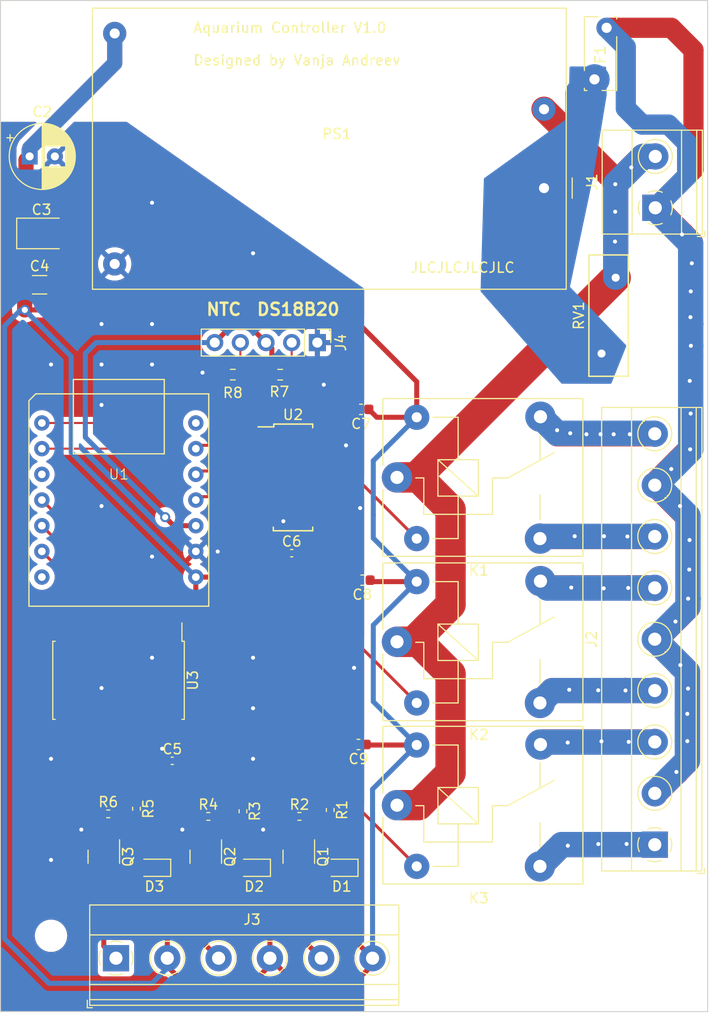
<source format=kicad_pcb>
(kicad_pcb (version 20221018) (generator pcbnew)
  (layers (0 "F.Cu" signal) (31 "B.Cu" signal) (35 "F.Paste" user) (37 "F.SilkS" user "F.Silkscreen") (38 "B.Mask" user) (39 "F.Mask" user) (44 "Edge.Cuts" user))
  (net 0 "")
  (net 1 "+5V")
  (net 2 "GND")
  (net 3 "/MosfetRelay1/Vout")
  (net 4 "/MosfetRelay2/Vout")
  (net 5 "/MosfetRelay3/Vout")
  (net 6 "AL{slash}L")
  (net 7 "Net-(PS1-AC{slash}L)")
  (net 8 "AL{slash}N")
  (net 9 "/Relay3/NC")
  (net 10 "/Relay3/NO")
  (net 11 "/Relay2/NC")
  (net 12 "/Relay2/NO")
  (net 13 "/Relay1/NC")
  (net 14 "/Relay1/NO")
  (net 15 "/TS1")
  (net 16 "+3.3V")
  (net 17 "/TS2")
  (net 18 "/rel1")
  (net 19 "/rel2")
  (net 20 "/rel3")
  (net 21 "Net-(Q1-G)")
  (net 22 "Net-(Q2-G)")
  (net 23 "Net-(Q3-G)")
  (net 24 "/rel5")
  (net 25 "/rel6")
  (net 26 "/rel7")
  (net 27 "/RS7")
  (net 28 "/RS6")
  (net 29 "/RS5")
  (net 30 "/RS3")
  (net 31 "/RS2")
  (net 32 "/RS1")
  (footprint "TerminalBlock_Phoenix:TerminalBlock_Phoenix_MKDS-1,5-9-5.08_1x09_P5.08mm_Horizontal" (layer "F.Cu") (at 96.37 110.49 90)
    (fp_text reference "J2")
    (fp_text value "Conn_01x07")
  )
  (footprint "Resistor_SMD:R_0402_1005Metric" (layer "F.Cu") (at 42.268 107.442)
    (fp_text reference "R6")
    (fp_text value "10K")
  )
  (footprint "ProjectLibrary:SOIC-16W_ULN2003ADR" (layer "F.Cu") (at 60.556 74.168)
    (fp_text reference "U2")
    (fp_text value "ULN2003")
  )
  (footprint "Package_TO_SOT_SMD:SOT-23" (layer "F.Cu") (at 61.13 111.6815 -90)
    (fp_text reference "Q1")
    (fp_text value "AO3400A")
  )
  (footprint "Diode_SMD:D_SOD-323" (layer "F.Cu") (at 56.712 112.776 180)
    (fp_text reference "D2")
    (fp_text value "1N4148WS")
  )
  (footprint "Package_SO:SOIC-20W_7.5x12.8mm_P1.27mm" (layer "F.Cu") (at 43.284 94.234 -90)
    (fp_text reference "U3")
    (fp_text value "74HC245")
  )
  (footprint "Relay_THT:Relay_SPDT_SANYOU_SRD_Series_Form_C" (layer "F.Cu") (at 70.852 74.168)
    (fp_text reference "K1")
    (fp_text value "SANYOU_SRD_Form_C")
  )
  (footprint "Capacitor_SMD:C_1206_3216Metric" (layer "F.Cu") (at 35.469 55.118)
    (fp_text reference "C4")
    (fp_text value "47uF")
  )
  (footprint "TerminalBlock_Phoenix:TerminalBlock_Phoenix_MKDS-1,5-2-5.08_1x02_P5.08mm_Horizontal" (layer "F.Cu") (at 96.421 47.503 90)
    (fp_text reference "J1")
    (fp_text value "Conn_01x02")
  )
  (footprint "Relay_THT:Relay_SPDT_SANYOU_SRD_Series_Form_C" (layer "F.Cu") (at 70.852 90.424)
    (fp_text reference "K2")
    (fp_text value "SANYOU_SRD_Form_C")
  )
  (footprint "Varistor:RV_Disc_D12mm_W3.9mm_P7.5mm" (layer "F.Cu") (at 92.498 54.416 -90)
    (fp_text reference "RV1")
    (fp_text value "10D561")
  )
  (footprint "Resistor_SMD:R_0402_1005Metric" (layer "F.Cu") (at 64.239 107.061 -90)
    (fp_text reference "R1")
    (fp_text value "100")
  )
  (footprint "Capacitor_SMD:C_0603_1608Metric" (layer "F.Cu") (at 67.287 67.437 180)
    (fp_text reference "C7")
    (fp_text value "10uF")
  )
  (footprint "Resistor_SMD:R_0402_1005Metric" (layer "F.Cu") (at 55.603 107.186 -90)
    (fp_text reference "R3")
    (fp_text value "100")
  )
  (footprint "Fuse:Fuse_Bourns_MF-RG300" (layer "F.Cu") (at 91.6 29.7 -90)
    (fp_text reference "F1")
    (fp_text value "0.5A")
  )
  (footprint "Capacitor_Tantalum_SMD:CP_EIA-3528-21_Kemet-B" (layer "F.Cu") (at 35.664 50.038)
    (fp_text reference "C3")
    (fp_text value "100uF")
  )
  (footprint "Resistor_SMD:R_0402_1005Metric" (layer "F.Cu") (at 61.193 107.696)
    (fp_text reference "R2")
    (fp_text value "10K")
  )
  (footprint "Relay_THT:Relay_SPDT_SANYOU_SRD_Series_Form_C" (layer "F.Cu") (at 70.852 106.584)
    (fp_text reference "K3")
    (fp_text value "SANYOU_SRD_Form_C")
  )
  (footprint "TerminalBlock_Phoenix:TerminalBlock_Phoenix_MKDS-1,5-6-5.08_1x06_P5.08mm_Horizontal" (layer "F.Cu") (at 43.03 121.717)
    (fp_text reference "J3")
    (fp_text value "Conn_01x06")
  )
  (footprint "MountingHole:MountingHole_2.7mm_M2.5" (layer "F.Cu") (at 36.6 34.5)
    (fp_text reference "H1" hide)
    (fp_text value "MountingHole" hide)
  )
  (footprint "Package_TO_SOT_SMD:SOT-23" (layer "F.Cu") (at 51.92 111.6815 -90)
    (fp_text reference "Q2")
    (fp_text value "AO3400A")
  )
  (footprint "MountingHole:MountingHole_2.7mm_M2.5" (layer "F.Cu") (at 36.6 119.5)
    (fp_text reference "H3" hide)
    (fp_text value "MountingHole" hide)
  )
  (footprint "Capacitor_SMD:C_0603_1608Metric" (layer "F.Cu") (at 67.033 100.584 180)
    (fp_text reference "C9")
    (fp_text value "10uF")
  )
  (footprint "Capacitor_SMD:C_0402_1005Metric" (layer "F.Cu") (at 48.6 102.2)
    (fp_text reference "C5")
    (fp_text value "1uF")
  )
  (footprint "Resistor_SMD:R_0603_1608Metric" (layer "F.Cu") (at 54.6 64 180)
    (fp_text reference "R8")
    (fp_text value "4K7")
  )
  (footprint "Diode_SMD:D_SOD-323" (layer "F.Cu") (at 46.84 112.776 180)
    (fp_text reference "D3")
    (fp_text value "1N4148WS")
  )
  (footprint "Resistor_SMD:R_0402_1005Metric" (layer "F.Cu") (at 52.172 107.696)
    (fp_text reference "R4")
    (fp_text value "10K")
  )
  (footprint "MountingHole:MountingHole_2.7mm_M2.5" (layer "F.Cu") (at 96.6 119.5)
    (fp_text reference "H4" hide)
    (fp_text value "MountingHole" hide)
  )
  (footprint "ProjectLibrary:XIAO-ESP32C3" (layer "F.Cu") (at 43.31575 76.4045)
    (fp_text reference "U1")
    (fp_text value "XIAO-ESP32C3")
  )
  (footprint "Package_TO_SOT_SMD:SOT-23" (layer "F.Cu") (at 41.826 111.6815 -90)
    (fp_text reference "Q3")
    (fp_text value "AO3400A")
  )
  (footprint "Resistor_SMD:R_0402_1005Metric" (layer "F.Cu") (at 45.062 106.934 -90)
    (fp_text reference "R5")
    (fp_text value "100")
  )
  (footprint "Connector_PinHeader_2.54mm:PinHeader_1x05_P2.54mm_Vertical" (layer "F.Cu") (at 62.964 60.833 -90)
    (fp_text reference "J4")
    (fp_text value "Conn_01x03")
  )
  (footprint "Diode_SMD:D_SOD-323" (layer "F.Cu") (at 65.382 112.776 180)
    (fp_text reference "D1")
    (fp_text value "1N4148WS")
  )
  (footprint "Capacitor_THT:CP_Radial_D6.3mm_P2.50mm" (layer "F.Cu") (at 34.481621 42.418)
    (fp_text reference "C2")
    (fp_text value "220uF")
  )
  (footprint "MountingHole:MountingHole_2.7mm_M2.5" (layer "F.Cu") (at 96.6 34.5)
    (fp_text reference "H2" hide)
    (fp_text value "MountingHole" hide)
  )
  (footprint "Capacitor_SMD:C_0402_1005Metric" (layer "F.Cu") (at 60.429 81.661)
    (fp_text reference "C6")
    (fp_text value "1uF")
  )
  (footprint "ProjectLibrary:Converter_ACDC_HiLink_HLK-10Mxx" (layer "F.Cu") (at 85.4035 45.556 180)
    (fp_text reference "PS1")
    (fp_text value "HLK-PM01" hide)
  )
  (footprint "Capacitor_SMD:C_0603_1608Metric" (layer "F.Cu") (at 67.414 84.328 180)
    (fp_text reference "C8")
    (fp_text value "10uF")
  )
  (footprint "Resistor_SMD:R_0603_1608Metric" (layer "F.Cu") (at 59.286 64.008)
    (fp_text reference "R7")
    (fp_text value "4K7")
  )
  (gr_line (start 31.6 27) (end 31.6 127) (stroke (width 0.1)) (layer "Edge.Cuts"))
  (gr_line (start 31.6 127) (end 101.6 127) (stroke (width 0.1)) (layer "Edge.Cuts"))
  (gr_line (start 101.6 27) (end 31.6 27) (stroke (width 0.1)) (layer "Edge.Cuts"))
  (gr_line (start 101.6 127) (end 101.6 27) (stroke (width 0.1)) (layer "Edge.Cuts"))
  (gr_text "Aquarium Controller V1.0\n\nDesigned by Vanja Andreev" (at 50.6 33.5) (layer "F.SilkS") (effects (font (size 1 1)) (justify left bottom)))
  (gr_text "NTC" (at 51.85 58.25) (layer "F.SilkS") (effects (font (size 1.2 1.2) (thickness 0.25) bold) (justify left bottom)))
  (gr_text "DS18B20" (at 56.85 58.25) (layer "F.SilkS") (effects (font (size 1.2 1.2) (thickness 0.25) bold) (justify left bottom)))
  (gr_text "JLCJLCJLCJLC" (at 72.1 54) (layer "F.SilkS") (effects (font (size 1 1)) (justify left bottom)))
  (segment (start 49.08 98.965) (end 48.999 98.884) (width 0.5) (layer "F.Cu") (net 1))
  (segment (start 48.11 112.996) (end 48.11 121.717) (width 0.5) (layer "F.Cu") (net 1))
  (segment (start 48.11 122.51) (end 49.9 124.3) (width 0.5) (layer "F.Cu") (net 1))
  (segment (start 33.994 55.118) (end 33.994 57.594) (width 1.5) (layer "F.Cu") (net 1))
  (segment (start 56.4 124.3) (end 58.27 122.43) (width 0.5) (layer "F.Cu") (net 1))
  (segment (start 68.843 68.218) (end 68.062 67.437) (width 0.5) (layer "F.Cu") (net 1))
  (segment (start 66.2 124.6) (end 68.43 122.37) (width 0.5) (layer "F.Cu") (net 1))
  (segment (start 72.802 64.702) (end 72.802 68.218) (width 0.5) (layer "F.Cu") (net 1))
  (segment (start 60.909 82.128229) (end 60.909 81.661) (width 0.5) (layer "F.Cu") (net 1))
  (segment (start 67.858 100.634) (end 67.808 100.584) (width 0.5) (layer "F.Cu") (net 1))
  (segment (start 50.93575 84.0245) (end 50.93575 87.64725) (width 0.5) (layer "F.Cu") (net 1))
  (segment (start 49.9 124.3) (end 56.4 124.3) (width 0.5) (layer "F.Cu") (net 1))
  (segment (start 72.802 100.634) (end 67.858 100.634) (width 0.5) (layer "F.Cu") (net 1))
  (segment (start 42.9035 30.256) (end 42.9035 33.1965) (width 1.5) (layer "F.Cu") (net 1))
  (segment (start 50.93575 84.0245) (end 59.012729 84.0245) (width 0.5) (layer "F.Cu") (net 1))
  (segment (start 65.7 57.6) (end 72.802 64.702) (width 0.5) (layer "F.Cu") (net 1))
  (segment (start 33.994 50.1705) (end 33.994 55.118) (width 1.5) (layer "F.Cu") (net 1))
  (segment (start 57.762 112.776) (end 58.27 113.284) (width 0.5) (layer "F.Cu") (net 1))
  (segment (start 59.012729 84.0245) (end 60.909 82.128229) (width 0.5) (layer "F.Cu") (net 1))
  (segment (start 66.432 119.719) (end 68.43 121.717) (width 0.5) (layer "F.Cu") (net 1))
  (segment (start 34 57.6) (end 65.7 57.6) (width 0.5) (layer "F.Cu") (net 1))
  (segment (start 34.481621 41.618379) (end 34.481621 42.418) (width 1.5) (layer "F.Cu") (net 1))
  (segment (start 68.43 122.37) (end 68.43 121.717) (width 0.5) (layer "F.Cu") (net 1))
  (segment (start 58.27 122.43) (end 58.27 121.717) (width 0.5) (layer "F.Cu") (net 1))
  (segment (start 34.481621 42.418) (end 34.1265 42.773121) (width 1.5) (layer "F.Cu") (net 1))
  (segment (start 50.93575 87.64725) (end 48.999 89.584) (width 0.5) (layer "F.Cu") (net 1))
  (segment (start 58.27 113.284) (end 58.27 121.717) (width 0.5) (layer "F.Cu") (net 1))
  (segment (start 34.1265 50.038) (end 33.994 50.1705) (width 1.5) (layer "F.Cu") (net 1))
  (segment (start 66.432 112.776) (end 66.432 119.719) (width 0.5) (layer "F.Cu") (net 1))
  (segment (start 58.27 121.717) (end 61.153 124.6) (width 0.5) (layer "F.Cu") (net 1))
  (segment (start 48.999 89.584) (end 48.999 98.884) (width 0.5) (layer "F.Cu") (net 1))
  (segment (start 33.994 57.594) (end 34 57.6) (width 1.5) (layer "F.Cu") (net 1))
  (segment (start 49.08 102.2) (end 49.08 98.965) (width 0.5) (layer "F.Cu") (net 1))
  (segment (start 47.89 112.776) (end 48.11 112.996) (width 0.5) (layer "F.Cu") (net 1))
  (segment (start 34.1265 42.773121) (end 34.1265 50.038) (width 1.5) (layer "F.Cu") (net 1))
  (segment (start 49.12 99.005) (end 48.999 98.884) (width 0.5) (layer "F.Cu") (net 1))
  (segment (start 68.335 84.474) (end 68.189 84.328) (width 0.5) (layer "F.Cu") (net 1))
  (segment (start 72.802 68.218) (end 68.843 68.218) (width 0.5) (layer "F.Cu") (net 1))
  (segment (start 72.802 84.474) (end 68.335 84.474) (width 0.5) (layer "F.Cu") (net 1))
  (segment (start 48.11 121.717) (end 48.11 122.51) (width 0.5) (layer "F.Cu") (net 1))
  (segment (start 42.9035 33.1965) (end 34.481621 41.618379) (width 1.5) (layer "F.Cu") (net 1))
  (segment (start 60.909 81.661) (end 60.909 80.955) (width 0.5) (layer "F.Cu") (net 1))
  (segment (start 61.153 124.6) (end 66.2 124.6) (width 0.5) (layer "F.Cu") (net 1))
  (segment (start 60.909 80.955) (end 63.256 78.608) (width 0.5) (layer "F.Cu") (net 1))
  (via (at 34 57.6) (size 1) (drill 0.6) (layers "F.Cu" "B.Cu") (net 1))
  (segment (start 38.6 62.2) (end 38.6 71.68875) (width 0.5) (layer "B.Cu") (net 1))
  (segment (start 34.48906 41.610939) (end 34.48906 42.41056) (width 1.5) (layer "B.Cu") (net 1))
  (segment (start 42.910939 30.24856) (end 42.910939 33.18906) (width 1.5) (layer "B.Cu") (net 1))
  (segment (start 68.502 72.518) (end 68.502 77.898) (width 0.5) (layer "B.Cu") (net 1))
  (segment (start 33.6 57.6) (end 32 59.2) (width 0.5) (layer "B.Cu") (net 1))
  (segment (start 72.802 84.474) (end 68.502 88.774) (width 0.5) (layer "B.Cu") (net 1))
  (segment (start 46.6 124.2) (end 48.11 122.69) (width 0.5) (layer "B.Cu") (net 1))
  (segment (start 32 119.8) (end 36.4 124.2) (width 0.5) (layer "B.Cu") (net 1))
  (segment (start 68.5 77.9) (end 68.5 80.172) (width 0.5) (layer "B.Cu") (net 1))
  (segment (start 72.802 100.634) (end 68.43 105.006) (width 0.5) (layer "B.Cu") (net 1))
  (segment (start 68.502 96.334) (end 72.802 100.634) (width 0.5) (layer "B.Cu") (net 1))
  (segment (start 42.910939 33.18906) (end 34.48906 41.610939) (width 1.5) (layer "B.Cu") (net 1))
  (segment (start 68.502 77.898) (end 68.5 77.9) (width 0.5) (layer "B.Cu") (net 1))
  (segment (start 68.5 80.172) (end 72.802 84.474) (width 0.5) (layer "B.Cu") (net 1))
  (segment (start 34 57.6) (end 38.6 62.2) (width 0.5) (layer "B.Cu") (net 1))
  (segment (start 38.6 71.68875) (end 50.93575 84.0245) (width 0.5) (layer "B.Cu") (net 1))
  (segment (start 68.43 105.006) (end 68.43 121.717) (width 0.5) (layer "B.Cu") (net 1))
  (segment (start 34 57.6) (end 33.6 57.6) (width 0.5) (layer "B.Cu") (net 1))
  (segment (start 32 59.2) (end 32 119.8) (width 0.5) (layer "B.Cu") (net 1))
  (segment (start 68.502 88.774) (end 68.502 96.334) (width 0.5) (layer "B.Cu") (net 1))
  (segment (start 48.11 122.69) (end 48.11 121.717) (width 0.5) (layer "B.Cu") (net 1))
  (segment (start 36.4 124.2) (end 46.6 124.2) (width 0.5) (layer "B.Cu") (net 1))
  (segment (start 72.802 68.218) (end 68.502 72.518) (width 0.5) (layer "B.Cu") (net 1))
  (via (at 66.6 93) (size 0.8) (drill 0.4) (layers "F.Cu" "B.Cu") (net 2))
  (via (at 41.6 95) (size 0.8) (drill 0.4) (layers "F.Cu" "B.Cu") (net 2))
  (via (at 36.6 112) (size 0.8) (drill 0.4) (layers "F.Cu" "B.Cu") (net 2))
  (via (at 53.1 81.5) (size 0.8) (drill 0.4) (layers "F.Cu" "B.Cu") (net 2))
  (via (at 41.6 67) (size 0.8) (drill 0.4) (layers "F.Cu" "B.Cu") (net 2))
  (via (at 67.2 77.2) (size 0.8) (drill 0.4) (layers "F.Cu" "B.Cu") (net 2))
  (via (at 56.6 92) (size 0.8) (drill 0.4) (layers "F.Cu" "B.Cu") (net 2))
  (via (at 41.6 59) (size 0.8) (drill 0.4) (layers "F.Cu" "B.Cu") (net 2))
  (via (at 56.6 97) (size 0.8) (drill 0.4) (layers "F.Cu" "B.Cu") (net 2))
  (via (at 51.6 63.8) (size 0.8) (drill 0.4) (layers "F.Cu" "B.Cu") (net 2))
  (via (at 59.6 78.5) (size 0.8) (drill 0.4) (layers "F.Cu" "B.Cu") (net 2))
  (via (at 56.6 52) (size 0.8) (drill 0.4) (layers "F.Cu" "B.Cu") (net 2))
  (via (at 49.6 109) (size 0.8) (drill 0.4) (layers "F.Cu" "B.Cu") (net 2))
  (via (at 63.6 65) (size 0.8) (drill 0.4) (layers "F.Cu" "B.Cu") (net 2))
  (via (at 46.6 47) (size 0.8) (drill 0.4) (layers "F.Cu" "B.Cu") (net 2))
  (via (at 36.6 102) (size 0.8) (drill 0.4) (layers "F.Cu" "B.Cu") (net 2))
  (via (at 65.8 71) (size 0.8) (drill 0.4) (layers "F.Cu" "B.Cu") (net 2))
  (via (at 39.6 109) (size 0.8) (drill 0.4) (layers "F.Cu" "B.Cu") (net 2))
  (via (at 41.6 77) (size 0.8) (drill 0.4) (layers "F.Cu" "B.Cu") (net 2))
  (via (at 46.6 82) (size 0.8) (drill 0.4) (layers "F.Cu" "B.Cu") (net 2))
  (via (at 46.6 92) (size 0.8) (drill 0.4) (layers "F.Cu" "B.Cu") (net 2))
  (via (at 57.6 109) (size 0.8) (drill 0.4) (layers "F.Cu" "B.Cu") (net 2))
  (via (at 46.6 63) (size 0.8) (drill 0.4) (layers "F.Cu" "B.Cu") (net 2))
  (via (at 47.6 101) (size 0.8) (drill 0.4) (layers "F.Cu" "B.Cu") (net 2))
  (via (at 46.6 59) (size 0.8) (drill 0.4) (layers "F.Cu" "B.Cu") (net 2))
  (via (at 36.6 63) (size 0.8) (drill 0.4) (layers "F.Cu" "B.Cu") (net 2))
  (via (at 41.6 63) (size 0.8) (drill 0.4) (layers "F.Cu" "B.Cu") (net 2))
  (via (at 56.6 102) (size 0.8) (drill 0.4) (layers "F.Cu" "B.Cu") (net 2))
  (segment (start 64.175 112.619) (end 64.332 112.776) (width 0.5) (layer "F.Cu") (net 3))
  (segment (start 61.13 112.619) (end 61.13 119.497) (width 0.5) (layer "F.Cu") (net 3))
  (segment (start 61.13 112.619) (end 64.175 112.619) (width 0.5) (layer "F.Cu") (net 3))
  (segment (start 61.13 119.497) (end 63.35 121.717) (width 0.5) (layer "F.Cu") (net 3))
  (segment (start 55.505 112.619) (end 55.662 112.776) (width 0.5) (layer "F.Cu") (net 4))
  (segment (start 51.92 112.619) (end 55.505 112.619) (width 0.5) (layer "F.Cu") (net 4))
  (segment (start 51.92 112.619) (end 51.92 120.447) (width 0.5) (layer "F.Cu") (net 4))
  (segment (start 51.92 120.447) (end 53.19 121.717) (width 0.5) (layer "F.Cu") (net 4))
  (segment (start 41.826 112.619) (end 41.826 120.513) (width 0.5) (layer "F.Cu") (net 5))
  (segment (start 41.826 120.513) (end 43.03 121.717) (width 0.5) (layer "F.Cu") (net 5))
  (segment (start 45.79 112.776) (end 41.983 112.776) (width 0.5) (layer "F.Cu") (net 5))
  (segment (start 41.983 112.776) (end 41.826 112.619) (width 0.5) (layer "F.Cu") (net 5))
  (segment (start 99.87 71.39) (end 99.87 71.43) (width 2.5) (layer "F.Cu") (net 6))
  (segment (start 99.65 86.98) (end 99.65 78.04) (width 2.5) (layer "F.Cu") (net 6))
  (segment (start 96.421 47.503) (end 99.058 50.14) (width 2.5) (layer "F.Cu") (net 6))
  (segment (start 99.61 95) (end 99.61 93.41) (width 2.5) (layer "F.Cu") (net 6))
  (segment (start 99.92 62.12) (end 99.93 62.13) (width 2.5) (layer "F.Cu") (net 6))
  (segment (start 98 29.7) (end 100.2 31.9) (width 2) (layer "F.Cu") (net 6))
  (segment (start 98.74 72.56) (end 98.74 72.58) (width 2.5) (layer "F.Cu") (net 6))
  (segment (start 100.2 43.724) (end 96.421 47.503) (width 2) (layer "F.Cu") (net 6))
  (segment (start 96.37 105.41) (end 98.48 103.3) (width 2.5) (layer "F.Cu") (net 6))
  (segment (start 99.07 50.152) (end 99.92 51.002) (width 2.5) (layer "F.Cu") (net 6))
  (segment (start 98.48 103.3) (end 98.51 103.3) (width 2.5) (layer "F.Cu") (net 6))
  (segment (start 98.51 103.3) (end 98.51 103.27) (width 2.5) (layer "F.Cu") (net 6))
  (segment (start 99.92 59.03) (end 99.92 62.12) (width 2.5) (layer "F.Cu") (net 6))
  (segment (start 99.92 55.95) (end 99.92 58.99) (width 2.5) (layer "F.Cu") (net 6))
  (segment (start 99.65 78.04) (end 96.5 74.89) (width 2.5) (layer "F.Cu") (net 6))
  (segment (start 99.92 71.38) (end 99.91 71.39) (width 2.5) (layer "F.Cu") (net 6))
  (segment (start 98.72 72.58) (end 96.37 74.93) (width 2.5) (layer "F.Cu") (net 6))
  (segment (start 98.51 103.27) (end 99.61 102.17) (width 2.5) (layer "F.Cu") (net 6))
  (segment (start 99.92 62.14) (end 99.92 65.83) (width 2.5) (layer "F.Cu") (net 6))
  (segment (start 99.92 65.95) (end 99.92 69.34) (width 2.5) (layer "F.Cu") (net 6))
  (segment (start 99.07 50.14) (end 99.07 50.152) (width 2.5) (layer "F.Cu") (net 6))
  (segment (start 98.42 88.21) (end 99.65 86.98) (width 2.5) (layer "F.Cu") (net 6))
  (segment (start 99.91 71.39) (end 99.87 71.39) (width 2.5) (layer "F.Cu") (net 6))
  (segment (start 99.61 102.17) (end 99.61 95.1) (width 2.5) (layer "F.Cu") (net 6))
  (segment (start 99.87 71.43) (end 98.74 72.56) (width 2.5) (layer "F.Cu") (net 6))
  (segment (start 99.93 62.13) (end 99.92 62.14) (width 2.5) (layer "F.Cu") (net 6))
  (segment (start 99.92 51.002) (end 99.92 52.88) (width 2.5) (layer "F.Cu") (net 6))
  (segment (start 99.92 69.34) (end 99.92 71.38) (width 2.5) (layer "F.Cu") (net 6))
  (segment (start 99.92 53.1) (end 99.92 55.87) (width 2.5) (layer "F.Cu") (net 6))
  (segment (start 91.6 29.7) (end 98 29.7) (width 2) (layer "F.Cu") (net 6))
  (segment (start 96.5 90.13) (end 98.21 88.42) (width 2.5) (layer "F.Cu") (net 6))
  (segment (start 100.2 31.9) (end 100.2 43.724) (width 2) (layer "F.Cu") (net 6))
  (segment (start 98.74 72.58) (end 98.72 72.58) (width 2.5) (layer "F.Cu") (net 6))
  (segment (start 99.92 58.99) (end 99.94 59.01) (width 2.5) (layer "F.Cu") (net 6))
  (segment (start 99.058 50.14) (end 99.07 50.14) (width 2.5) (layer "F.Cu") (net 6))
  (segment (start 99.61 93.41) (end 96.37 90.17) (width 2.5) (layer "F.Cu") (net 6))
  (segment (start 99.94 59.01) (end 99.92 59.03) (width 2.5) (layer "F.Cu") (net 6))
  (via (at 99.9 58.32) (size 0.8) (drill 0.4) (layers "F.Cu" "B.Cu") (net 6))
  (via (at 99.78 83.28) (size 0.8) (drill 0.4) (layers "F.Cu" "B.Cu") (net 6))
  (via (at 99.94 61.15) (size 0.8) (drill 0.4) (layers "F.Cu" "B.Cu") (net 6))
  (via (at 99.66 95.05) (size 0.8) (drill 0.4) (layers "F.Cu" "B.Cu") (net 6))
  (via (at 99.93 55.77) (size 0.8) (drill 0.4) (layers "F.Cu" "B.Cu") (net 6))
  (via (at 100.03 52.99) (size 0.8) (drill 0.4) (layers "F.Cu" "B.Cu") (net 6))
  (via (at 99.92 67.85) (size 0.8) (drill 0.4) (layers "F.Cu" "B.Cu") (net 6))
  (via (at 99.59 97.55) (size 0.8) (drill 0.4) (layers "F.Cu" "B.Cu") (net 6))
  (via (at 98.42 88.42) (size 0.8) (drill 0.4) (layers "F.Cu" "B.Cu") (net 6))
  (via (at 99.59 100.25) (size 0.8) (drill 0.4) (layers "F.Cu" "B.Cu") (net 6))
  (via (at 99.87 71.39) (size 0.8) (drill 0.4) (layers "F.Cu" "B.Cu") (net 6))
  (via (at 99.81 80.36) (size 0.8) (drill 0.4) (layers "F.Cu" "B.Cu") (net 6))
  (via (at 99.67 86.16) (size 0.8) (drill 0.4) (layers "F.Cu" "B.Cu") (net 6))
  (via (at 98.51 103.3) (size 0.8) (drill 0.4) (layers "F.Cu" "B.Cu") (net 6))
  (via (at 99.83 64.62) (size 0.8) (drill 0.4) (layers "F.Cu" "B.Cu") (net 6))
  (via (at 99.07 50.14) (size 0.8) (drill 0.4) (layers "F.Cu" "B.Cu") (net 6))
  (via (at 98.9 92.73) (size 0.8) (drill 0.4) (layers "F.Cu" "B.Cu") (net 6))
  (via (at 98.87 77) (size 0.8) (drill 0.4) (layers "F.Cu" "B.Cu") (net 6))
  (via (at 98 73.34) (size 0.8) (drill 0.4) (layers "F.Cu" "B.Cu") (net 6))
  (segment (start 99.94 61.15) (end 99.92 61.17) (width 2.5) (layer "B.Cu") (net 6))
  (segment (start 96.421 47.572) (end 99.92 51.071) (width 2.5) (layer "B.Cu") (net 6))
  (segment (start 99.66 78) (end 98.87 77.21) (width 2.5) (layer "B.Cu") (net 6))
  (segment locked (start 95.116227 39.273) (end 93.5 37.656773) (width 2) (layer "B.Cu") (net 6))
  (segment (start 99.92 67.85) (end 99.92 71.449) (width 2.5) (layer "B.Cu") (net 6))
  (segment (start 99.59 102.16) (end 99.59 100.25) (width 2.5) (layer "B.Cu") (net 6))
  (segment (start 99.92 64.71) (end 99.92 67.85) (width 2.5) (layer "B.Cu") (net 6))
  (segment locked (start 99.571 44.353) (end 99.571 41.118227) (width 2) (layer "B.Cu") (net 6))
  (segment (start 98.66 77) (end 96.51 74.85) (width 2.5) (layer "B.Cu") (net 6))
  (segment (start 98.92 92.73) (end 98.9 92.73) (width 2.5) (layer "B.Cu") (net 6))
  (segment (start 99.92 71.449) (end 98.029 73.34) (width 2.5) (layer "B.Cu") (net 6))
  (segment locked (start 97.725773 39.273) (end 95.116227 39.273) (width 2) (layer "B.Cu") (net 6))
  (segment (start 98.9 92.73) (end 98.9 92.71) (width 2.5) (layer "B.Cu") (net 6))
  (segment (start 99.59 93.4) (end 98.92 92.73) (width 2.5) (layer "B.Cu") (net 6))
  (segment (start 99.66 80.21) (end 99.66 78) (width 2.5) (layer "B.Cu") (net 6))
  (segment (start 99.59 97.55) (end 99.59 93.4) (width 2.5) (layer "B.Cu") (net 6))
  (segment (start 98 73.369) (end 96.37 74.999) (width 2.5) (layer "B.Cu") (net 6))
  (segment (start 98 73.34) (end 98 73.369) (width 2.5) (layer "B.Cu") (net 6))
  (segment (start 98.029 73.34) (end 98 73.34) (width 2.5) (layer "B.Cu") (net 6))
  (segment (start 99.67 86.16) (end 99.66 86.15) (width 2.5) (layer "B.Cu") (net 6))
  (segment (start 99.66 86.17) (end 99.67 86.16) (width 2.5) (layer "B.Cu") (net 6))
  (segment (start 99.59 100.25) (end 99.59 97.55) (width 2.5) (layer "B.Cu") (net 6))
  (segment (start 99.66 86.94) (end 99.66 86.17) (width 2.5) (layer "B.Cu") (net 6))
  (segment (start 99.92 55.78) (end 99.92 58.3) (width 2.5) (layer "B.Cu") (net 6))
  (segment (start 99.92 61.17) (end 99.92 64.53) (width 2.5) (layer "B.Cu") (net 6))
  (segment (start 98.9 92.71) (end 96.35 90.16) (width 2.5) (layer "B.Cu") (net 6))
  (segment (start 96.51 90.09) (end 99.66 86.94) (width 2.5) (layer "B.Cu") (net 6))
  (segment locked (start 99.571 41.118227) (end 97.725773 39.273) (width 2) (layer "B.Cu") (net 6))
  (segment (start 99.66 83.16) (end 99.66 80.51) (width 2.5) (layer "B.Cu") (net 6))
  (segment locked (start 96.421 47.503) (end 99.571 44.353) (width 2) (layer "B.Cu") (net 6))
  (segment (start 96.35 105.4) (end 99.59 102.16) (width 2.5) (layer "B.Cu") (net 6))
  (segment locked (start 93.5 31.6) (end 91.6 29.7) (width 2) (layer "B.Cu") (net 6))
  (segment (start 99.92 51.071) (end 99.92 55.76) (width 2.5) (layer "B.Cu") (net 6))
  (segment (start 99.92 61.13) (end 99.94 61.15) (width 2.5) (layer "B.Cu") (net 6))
  (segment locked (start 93.5 37.656773) (end 93.5 31.6) (width 2) (layer "B.Cu") (net 6))
  (segment (start 99.66 86.15) (end 99.66 83.4) (width 2.5) (layer "B.Cu") (net 6))
  (segment (start 99.92 58.34) (end 99.92 61.13) (width 2.5) (layer "B.Cu") (net 6))
  (segment (start 89 41.9595) (end 85.4035 45.556) (width 3) (layer "B.Cu") (net 7))
  (segment (start 85.4035 56.2215) (end 85.4035 45.556) (width 3) (layer "B.Cu") (net 7))
  (segment (start 90.4 34.8) (end 89 36.2) (width 3) (layer "B.Cu") (net 7))
  (segment (start 91.098 61.916) (end 85.4035 56.2215) (width 3) (layer "B.Cu") (net 7))
  (segment (start 89 36.2) (end 89 41.9595) (width 3) (layer "B.Cu") (net 7))
  (segment (start 72.746 74.168) (end 92.498 54.416) (width 3) (layer "F.Cu") (net 8))
  (segment (start 92.498 47.842) (end 92.498 45.208) (width 2.5) (layer "F.Cu") (net 8))
  (segment (start 70.852 74.168) (end 72.746 74.168) (width 3) (layer "F.Cu") (net 8))
  (segment (start 72.97332 106.584) (end 70.852 106.584) (width 3) (layer "F.Cu") (net 8))
  (segment (start 76.152 81.605616) (end 76.15 81.607616) (width 3) (layer "F.Cu") (net 8))
  (segment (start 70.852 74.168) (end 72.97332 74.168) (width 3) (layer "F.Cu") (net 8))
  (segment (start 92.46 45.17) (end 92.498 45.132) (width 2.5) (layer "F.Cu") (net 8))
  (segment (start 95.201 42.423) (end 96.421 42.423) (width 2.5) (layer "F.Cu") (net 8))
  (segment (start 76.152 77.34668) (end 76.152 81.605616) (width 3) (layer "F.Cu") (net 8))
  (segment (start 76.152 83.086384) (end 76.152 86.748) (width 3) (layer "F.Cu") (net 8))
  (segment (start 72.476 90.424) (end 70.852 90.424) (width 3) (layer "F.Cu") (net 8))
  (segment (start 94.114 43.51) (end 95.201 42.423) (width 2.5) (layer "F.Cu") (net 8))
  (segment (start 76.15 81.607616) (end 76.15 83.084384) (width 3) (layer "F.Cu") (net 8))
  (segment (start 85.4035 37.756) (end 92.498 44.8505) (width 2.5) (layer "F.Cu") (net 8))
  (segment (start 92.498 45.126) (end 94.04 43.584) (width 2.5) (layer "F.Cu") (net 8))
  (segment (start 92.498 45.132) (end 92.498 45.126) (width 2.5) (layer "F.Cu") (net 8))
  (segment (start 76.15 83.084384) (end 76.152 83.086384) (width 3) (layer "F.Cu") (net 8))
  (segment (start 70.852 90.424) (end 72.97332 90.424) (width 3) (layer "F.Cu") (net 8))
  (segment (start 92.498 54.416) (end 92.498 50.908) (width 2.5) (layer "F.Cu") (net 8))
  (segment (start 76.152 93.60268) (end 76.152 103.40532) (width 3) (layer "F.Cu") (net 8))
  (segment (start 76.152 103.40532) (end 72.97332 106.584) (width 3) (layer "F.Cu") (net 8))
  (segment (start 72.97332 90.424) (end 76.152 93.60268) (width 3) (layer "F.Cu") (net 8))
  (segment (start 92.498 44.8505) (end 92.498 45.126) (width 2.5) (layer "F.Cu") (net 8))
  (segment (start 92.498 50.772) (end 92.498 47.938) (width 2.5) (layer "F.Cu") (net 8))
  (segment (start 76.152 86.748) (end 72.476 90.424) (width 3) (layer "F.Cu") (net 8))
  (segment (start 92.498 45.208) (end 92.46 45.17) (width 2.5) (layer "F.Cu") (net 8))
  (segment (start 72.97332 74.168) (end 76.152 77.34668) (width 3) (layer "F.Cu") (net 8))
  (via (at 92.43 50.84) (size 0.8) (drill 0.4) (layers "F.Cu" "B.Cu") (net 8))
  (via (at 92.45 47.89) (size 0.8) (drill 0.4) (layers "F.Cu" "B.Cu") (net 8))
  (via (at 94.04 43.51) (size 0.8) (drill 0.4) (layers "F.Cu" "B.Cu") (net 8))
  (via (at 92.46 45.17) (size 0.8) (drill 0.4) (layers "F.Cu" "B.Cu") (net 8))
  (segment (start 95.2315 42.4085) (end 96.4515 42.4085) (width 2.5) (layer "B.Cu") (net 8))
  (segment (start 92.5 54.364) (end 92.5 45.156) (width 2.5) (layer "B.Cu") (net 8))
  (segment (start 92.5285 45.1115) (end 95.2315 42.4085) (width 2.5) (layer "B.Cu") (net 8))
  (segment (start 96.37 110.49) (end 87.86 110.49) (width 2.5) (layer "F.Cu") (net 9))
  (segment (start 87.146 110.49) (end 85.002 112.634) (width 2.5) (layer "F.Cu") (net 9))
  (segment (start 87.66 110.49) (end 87.146 110.49) (width 2.5) (layer "F.Cu") (net 9))
  (via (at 87.76 110.59) (size 0.8) (drill 0.4) (layers "F.Cu" "B.Cu") (net 9))
  (via (at 93.58 110.42) (size 0.8) (drill 0.4) (layers "F.Cu" "B.Cu") (net 9))
  (via (at 90.78 110.43) (size 0.8) (drill 0.4) (layers "F.Cu" "B.Cu") (net 9))
  (segment (start 87.148 110.48) (end 85.004 112.624) (width 2.5) (layer "B.Cu") (net 9))
  (segment (start 90.73 110.48) (end 87.148 110.48) (width 2.5) (layer "B.Cu") (net 9))
  (segment (start 96.372 110.48) (end 93.64 110.48) (width 2.5) (layer "B.Cu") (net 9))
  (segment (start 93.52 110.48) (end 90.83 110.48) (width 2.5) (layer "B.Cu") (net 9))
  (segment (start 91.03 100.33) (end 85.306 100.33) (width 2.5) (layer "F.Cu") (net 10))
  (segment (start 85.306 100.33) (end 85.052 100.584) (width 2.5) (layer "F.Cu") (net 10))
  (segment (start 96.37 100.33) (end 93.8 100.33) (width 2.5) (layer "F.Cu") (net 10))
  (segment (start 93.78 100.33) (end 91.15 100.33) (width 2.5) (layer "F.Cu") (net 10))
  (via (at 87.75 100.39) (size 0.8) (drill 0.4) (layers "F.Cu" "B.Cu") (net 10))
  (via (at 93.79 100.32) (size 0.8) (drill 0.4) (layers "F.Cu" "B.Cu") (net 10))
  (via (at 91.09 100.27) (size 0.8) (drill 0.4) (layers "F.Cu" "B.Cu") (net 10))
  (segment (start 87.71 100.35) (end 85.278 100.35) (width 2.5) (layer "B.Cu") (net 10))
  (segment (start 85.278 100.35) (end 85.024 100.604) (width 2.5) (layer "B.Cu") (net 10))
  (segment (start 96.342 100.35) (end 87.79 100.35) (width 2.5) (layer "B.Cu") (net 10))
  (segment (start 93.48 95.25) (end 93.47 95.24) (width 2.5) (layer "F.Cu") (net 11))
  (segment (start 93.47 95.24) (end 93.46 95.25) (width 2.5) (layer "F.Cu") (net 11))
  (segment (start 93.46 95.25) (end 90.8 95.25) (width 2.5) (layer "F.Cu") (net 11))
  (segment (start 96.37 95.25) (end 93.48 95.25) (width 2.5) (layer "F.Cu") (net 11))
  (segment (start 87.82 95.25) (end 86.226 95.25) (width 2.5) (layer "F.Cu") (net 11))
  (segment (start 86.226 95.25) (end 85.002 96.474) (width 2.5) (layer "F.Cu") (net 11))
  (segment (start 90.74 95.25) (end 87.98 95.25) (width 2.5) (layer "F.Cu") (net 11))
  (via (at 87.9 95.17) (size 0.8) (drill 0.4) (layers "F.Cu" "B.Cu") (net 11))
  (via (at 90.77 95.22) (size 0.8) (drill 0.4) (layers "F.Cu" "B.Cu") (net 11))
  (via (at 93.47 95.24) (size 0.8) (drill 0.4) (layers "F.Cu" "B.Cu") (net 11))
  (segment (start 96.382 95.25) (end 86.238 95.25) (width 2.5) (layer "B.Cu") (net 11))
  (segment (start 86.238 95.25) (end 85.014 96.474) (width 2.5) (layer "B.Cu") (net 11))
  (segment (start 93.75 85.09) (end 93.74 85.1) (width 2.5) (layer "F.Cu") (net 12))
  (segment (start 85.718 85.09) (end 85.052 84.424) (width 2.5) (layer "F.Cu") (net 12))
  (segment (start 93.73 85.09) (end 88.13 85.09) (width 2.5) (layer "F.Cu") (net 12))
  (segment (start 96.37 85.09) (end 93.75 85.09) (width 2.5) (layer "F.Cu") (net 12))
  (segment (start 93.74 85.1) (end 93.73 85.09) (width 2.5) (layer "F.Cu") (net 12))
  (segment (start 88.07 85.09) (end 85.718 85.09) (width 2.5) (layer "F.Cu") (net 12))
  (via (at 88.1 85.06) (size 0.8) (drill 0.4) (layers "F.Cu" "B.Cu") (net 12))
  (via (at 91.31 85.14) (size 0.8) (drill 0.4) (layers "F.Cu" "B.Cu") (net 12))
  (via (at 93.74 85.1) (size 0.8) (drill 0.4) (layers "F.Cu" "B.Cu") (net 12))
  (segment (start 96.376 85.11) (end 91.34 85.11) (width 2.5) (layer "B.Cu") (net 12))
  (segment (start 91.28 85.11) (end 85.724 85.11) (width 2.5) (layer "B.Cu") (net 12))
  (segment (start 85.724 85.11) (end 85.058 84.444) (width 2.5) (layer "B.Cu") (net 12))
  (segment (start 93.66 80.01) (end 85.21 80.01) (width 2.5) (layer "F.Cu") (net 13))
  (segment (start 96.37 80.01) (end 93.66 80.01) (width 2.5) (layer "F.Cu") (net 13))
  (segment (start 85.21 80.01) (end 85.002 80.218) (width 2.5) (layer "F.Cu") (net 13))
  (via (at 88.44 79.98) (size 0.8) (drill 0.4) (layers "F.Cu" "B.Cu") (net 13))
  (via (at 91.34 79.98) (size 0.8) (drill 0.4) (layers "F.Cu" "B.Cu") (net 13))
  (via (at 93.66 80.01) (size 0.8) (drill 0.4) (layers "F.Cu" "B.Cu") (net 13))
  (segment (start 91.32 80) (end 88.46 80) (width 2.5) (layer "B.Cu") (net 13))
  (segment (start 85.28 80) (end 85.072 80.208) (width 2.5) (layer "B.Cu") (net 13))
  (segment (start 88.42 80) (end 85.28 80) (width 2.5) (layer "B.Cu") (net 13))
  (segment (start 96.44 80) (end 91.36 80) (width 2.5) (layer "B.Cu") (net 13))
  (segment (start 89.55 69.85) (end 86.734 69.85) (width 2.5) (layer "F.Cu") (net 14))
  (segment (start 93.85 69.85) (end 92.35 69.85) (width 2.5) (layer "F.Cu") (net 14))
  (segment (start 86.734 69.85) (end 86.7 69.816) (width 2.5) (layer "F.Cu") (net 14))
  (segment (start 90.95 69.85) (end 89.65 69.85) (width 2.5) (layer "F.Cu") (net 14))
  (segment (start 92.25 69.85) (end 91.05 69.85) (width 2.5) (layer "F.Cu") (net 14))
  (segment (start 96.37 69.85) (end 93.95 69.85) (width 2.5) (layer "F.Cu") (net 14))
  (segment (start 86.384 69.5) (end 85.052 68.168) (width 2.5) (layer "F.Cu") (net 14))
  (via (at 86.7 69.5) (size 0.8) (drill 0.4) (layers "F.Cu" "B.Cu") (net 14))
  (via (at 93.9 69.9) (size 0.8) (drill 0.4) (layers "F.Cu" "B.Cu") (net 14))
  (via (at 88 69.8) (size 0.8) (drill 0.4) (layers "F.Cu" "B.Cu") (net 14))
  (via (at 92.3 69.9) (size 0.8) (drill 0.4) (layers "F.Cu" "B.Cu") (net 14))
  (via (at 91 69.9) (size 0.8) (drill 0.4) (layers "F.Cu" "B.Cu") (net 14))
  (via (at 89.6 69.9) (size 0.8) (drill 0.4) (layers "F.Cu" "B.Cu") (net 14))
  (segment (start 88 69.8) (end 86.682 69.8) (width 2.5) (layer "B.Cu") (net 14))
  (segment (start 96.318 69.8) (end 88 69.8) (width 2.5) (layer "B.Cu") (net 14))
  (segment (start 86.682 69.8) (end 85 68.118) (width 2.5) (layer "B.Cu") (net 14))
  (segment (start 60.111 64.689) (end 60.111 64.008) (width 0.2) (layer "F.Cu") (net 15))
  (segment (start 60.424 60.833) (end 60.424 63.695) (width 0.2) (layer "F.Cu") (net 15))
  (segment (start 57.8 67) (end 60.111 64.689) (width 0.2) (layer "F.Cu") (net 15))
  (segment (start 60.424 63.695) (end 60.111 64.008) (width 0.2) (layer "F.Cu") (net 15))
  (segment (start 46.4755 71.3245) (end 50.8 67) (width 0.2) (layer "F.Cu") (net 15))
  (segment (start 50.8 67) (end 57.8 67) (width 0.2) (layer "F.Cu") (net 15))
  (segment (start 35.69575 71.3245) (end 46.4755 71.3245) (width 0.2) (layer "F.Cu") (net 15))
  (segment (start 52.804 60.833) (end 54.304 59.333) (width 0.5) (layer "F.Cu") (net 16))
  (segment (start 58.461 64.008) (end 58.461 61.41) (width 0.5) (layer "F.Cu") (net 16))
  (segment (start 50.93575 78.9445) (end 48.7445 78.9445) (width 0.5) (layer "F.Cu") (net 16))
  (segment (start 54.304 59.333) (end 56.384 59.333) (width 0.5) (layer "F.Cu") (net 16))
  (segment (start 48.7445 78.9445) (end 47.9 78.1) (width 0.5) (layer "F.Cu") (net 16))
  (segment (start 56.384 59.333) (end 57.884 60.833) (width 0.5) (layer "F.Cu") (net 16))
  (segment (start 58.461 61.41) (end 57.884 60.833) (width 0.5) (layer "F.Cu") (net 16))
  (via (at 47.9 78.1) (size 1) (drill 0.6) (layers "F.Cu" "B.Cu") (net 16))
  (segment (start 47.9 78.1) (end 40 70.2) (width 0.5) (layer "B.Cu") (net 16))
  (segment (start 41.067 60.833) (end 52.804 60.833) (width 0.5) (layer "B.Cu") (net 16))
  (segment (start 40 70.2) (end 40 61.9) (width 0.5) (layer "B.Cu") (net 16))
  (segment (start 40 61.9) (end 41.067 60.833) (width 0.5) (layer "B.Cu") (net 16))
  (segment (start 55.425 64) (end 55.344 63.919) (width 0.2) (layer "F.Cu") (net 17))
  (segment (start 52.025 64.975) (end 54.45 64.975) (width 0.2) (layer "F.Cu") (net 17))
  (segment (start 35.69575 68.7845) (end 48.2155 68.7845) (width 0.2) (layer "F.Cu") (net 17))
  (segment (start 55.344 63.919) (end 55.344 60.833) (width 0.2) (layer "F.Cu") (net 17))
  (segment (start 54.45 64.975) (end 55.425 64) (width 0.2) (layer "F.Cu") (net 17))
  (segment (start 48.2155 68.7845) (end 52.025 64.975) (width 0.2) (layer "F.Cu") (net 17))
  (segment (start 63.256 70.988) (end 63.256 69.718) (width 0.3) (layer "F.Cu") (net 18))
  (segment (start 63.572 70.988) (end 72.802 80.218) (width 0.3) (layer "F.Cu") (net 18))
  (segment (start 63.256 70.988) (end 63.572 70.988) (width 0.3) (layer "F.Cu") (net 18))
  (segment (start 63.731 73.528) (end 65.639 75.436) (width 0.3) (layer "F.Cu") (net 19))
  (segment (start 65.639 89.311) (end 72.802 96.474) (width 0.3) (layer "F.Cu") (net 19))
  (segment (start 63.256 73.528) (end 63.256 72.258) (width 0.3) (layer "F.Cu") (net 19))
  (segment (start 63.256 73.528) (end 63.731 73.528) (width 0.3) (layer "F.Cu") (net 19))
  (segment (start 65.639 75.436) (end 65.639 89.311) (width 0.3) (layer "F.Cu") (net 19))
  (segment (start 63.256 76.068) (end 63.256 76.668) (width 0.3) (layer "F.Cu") (net 20))
  (segment (start 64.361 76.668) (end 65 77.307) (width 0.3) (layer "F.Cu") (net 20))
  (segment (start 63.256 76.068) (end 63.256 74.798) (width 0.3) (layer "F.Cu") (net 20))
  (segment (start 65 77.307) (end 65 104.832) (width 0.3) (layer "F.Cu") (net 20))
  (segment (start 65 104.832) (end 72.802 112.634) (width 0.3) (layer "F.Cu") (net 20))
  (segment (start 63.256 76.668) (end 64.361 76.668) (width 0.3) (layer "F.Cu") (net 20))
  (segment (start 62.08 110.744) (end 62.08 108.073) (width 0.3) (layer "F.Cu") (net 21))
  (segment (start 61.828 107.571) (end 61.703 107.696) (width 0.3) (layer "F.Cu") (net 21))
  (segment (start 62.08 108.073) (end 61.703 107.696) (width 0.3) (layer "F.Cu") (net 21))
  (segment (start 64.239 107.571) (end 61.828 107.571) (width 0.3) (layer "F.Cu") (net 21))
  (segment (start 52.87 110.744) (end 52.87 107.884) (width 0.3) (layer "F.Cu") (net 22))
  (segment (start 55.603 107.696) (end 52.682 107.696) (width 0.3) (layer "F.Cu") (net 22))
  (segment (start 52.87 107.884) (end 52.682 107.696) (width 0.3) (layer "F.Cu") (net 22))
  (segment (start 45.062 107.444) (end 42.78 107.444) (width 0.3) (layer "F.Cu") (net 23))
  (segment (start 42.776 110.744) (end 42.776 107.444) (width 0.3) (layer "F.Cu") (net 23))
  (segment (start 42.776 107.444) (end 42.778 107.442) (width 0.3) (layer "F.Cu") (net 23))
  (segment (start 42.78 107.444) (end 42.778 107.442) (width 0.3) (layer "F.Cu") (net 23))
  (segment (start 62.488 104.8) (end 64.239 106.551) (width 0.3) (layer "F.Cu") (net 24))
  (segment (start 46.459 98.884) (end 46.459 102.659) (width 0.3) (layer "F.Cu") (net 24))
  (segment (start 48.6 104.8) (end 62.488 104.8) (width 0.3) (layer "F.Cu") (net 24))
  (segment (start 46.459 102.659) (end 48.6 104.8) (width 0.3) (layer "F.Cu") (net 24))
  (segment (start 46.459 98.884) (end 45.189 98.884) (width 0.3) (layer "F.Cu") (net 24))
  (segment (start 43.919 98.884) (end 43.919 101.319) (width 0.3) (layer "F.Cu") (net 25))
  (segment (start 43.919 101.319) (end 48.2 105.6) (width 0.3) (layer "F.Cu") (net 25))
  (segment (start 54.527 105.6) (end 55.603 106.676) (width 0.3) (layer "F.Cu") (net 25))
  (segment (start 48.2 105.6) (end 54.527 105.6) (width 0.3) (layer "F.Cu") (net 25))
  (segment (start 43.919 98.884) (end 42.649 98.884) (width 0.3) (layer "F.Cu") (net 25))
  (segment (start 41.379 100.779) (end 45.062 104.462) (width 0.3) (layer "F.Cu") (net 26))
  (segment (start 41.379 98.884) (end 40.109 98.884) (width 0.3) (layer "F.Cu") (net 26))
  (segment (start 41.379 98.884) (end 41.379 100.779) (width 0.3) (layer "F.Cu") (net 26))
  (segment (start 45.062 104.462) (end 45.062 106.424) (width 0.3) (layer "F.Cu") (net 26))
  (segment (start 57.856 69.723) (end 57.856 70.993) (width 0.3) (layer "F.Cu") (net 27))
  (segment (start 51.26725 70.993) (end 57.856 70.993) (width 0.3) (layer "F.Cu") (net 27))
  (segment (start 50.93575 71.3245) (end 51.26725 70.993) (width 0.3) (layer "F.Cu") (net 27))
  (segment (start 51.26725 73.533) (end 57.856 73.533) (width 0.3) (layer "F.Cu") (net 28))
  (segment (start 50.93575 73.8645) (end 51.26725 73.533) (width 0.3) (layer "F.Cu") (net 28))
  (segment (start 57.856 72.263) (end 57.856 73.533) (width 0.3) (layer "F.Cu") (net 28))
  (segment (start 50.93575 76.4045) (end 51.26725 76.073) (width 0.3) (layer "F.Cu") (net 29))
  (segment (start 51.26725 76.073) (end 57.856 76.073) (width 0.3) (layer "F.Cu") (net 29))
  (segment (start 57.856 74.803) (end 57.856 76.073) (width 0.3) (layer "F.Cu") (net 29))
  (segment (start 35.69575 76.4045) (end 46.459 87.16775) (width 0.3) (layer "F.Cu") (net 30))
  (segment (start 46.459 87.16775) (end 46.459 89.584) (width 0.3) (layer "F.Cu") (net 30))
  (segment (start 46.459 89.584) (end 47.729 89.584) (width 0.3) (layer "F.Cu") (net 30))
  (segment (start 43.919 89.584) (end 45.189 89.584) (width 0.3) (layer "F.Cu") (net 31))
  (segment (start 35.69575 78.9445) (end 43.919 87.16775) (width 0.3) (layer "F.Cu") (net 31))
  (segment (start 43.919 87.16775) (end 43.919 89.584) (width 0.3) (layer "F.Cu") (net 31))
  (segment (start 35.69575 81.4845) (end 41.379 87.16775) (width 0.3) (layer "F.Cu") (net 32))
  (segment (start 41.379 87.16775) (end 41.379 89.584) (width 0.3) (layer "F.Cu") (net 32))
  (segment (start 41.379 89.584) (end 42.649 89.584) (width 0.3) (layer "F.Cu") (net 32))
  (zone (net 2) (net_name "GND") (layers "F&B.Cu") (connect_pads (clearance 0.5)) (min_thickness 0.25) (fill yes (thermal_gap 0.5) (thermal_bridge_width 0.5))
    (polygon (pts (xy 31.6 39) (xy 44.1 39) (xy 67.6 55.5) (xy 67.6 127) (xy 31.6 127)))
  )
  (zone (net 7) (net_name "Net-(PS1-AC{slash}L)") (layer "B.Cu") (priority 1) (connect_pads yes (clearance 0.5)) (min_thickness 0.25) (fill yes (thermal_gap 0.5) (thermal_bridge_width 0.5) (smoothing chamfer))
    (polygon (pts (xy 91.61 36.34) (xy 90.32 44.2) (xy 87.97 55.32) (xy 93.57 61.13) (xy 92.06 64.91) (xy 87.14 64.9) (xy 79.12 55.77) (xy 79.45 44.59) (xy 87.82 38.58) (xy 87.93 33.52) (xy 91.55 33.53)))
  )
)
</source>
